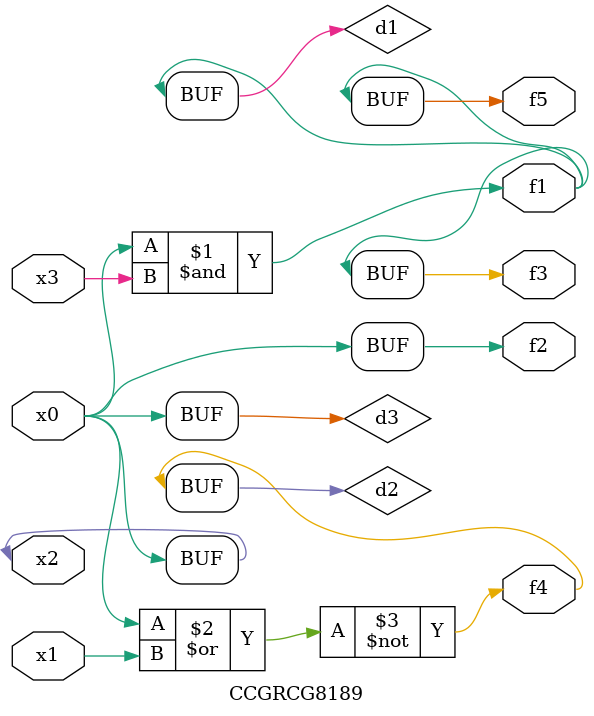
<source format=v>
module CCGRCG8189(
	input x0, x1, x2, x3,
	output f1, f2, f3, f4, f5
);

	wire d1, d2, d3;

	and (d1, x2, x3);
	nor (d2, x0, x1);
	buf (d3, x0, x2);
	assign f1 = d1;
	assign f2 = d3;
	assign f3 = d1;
	assign f4 = d2;
	assign f5 = d1;
endmodule

</source>
